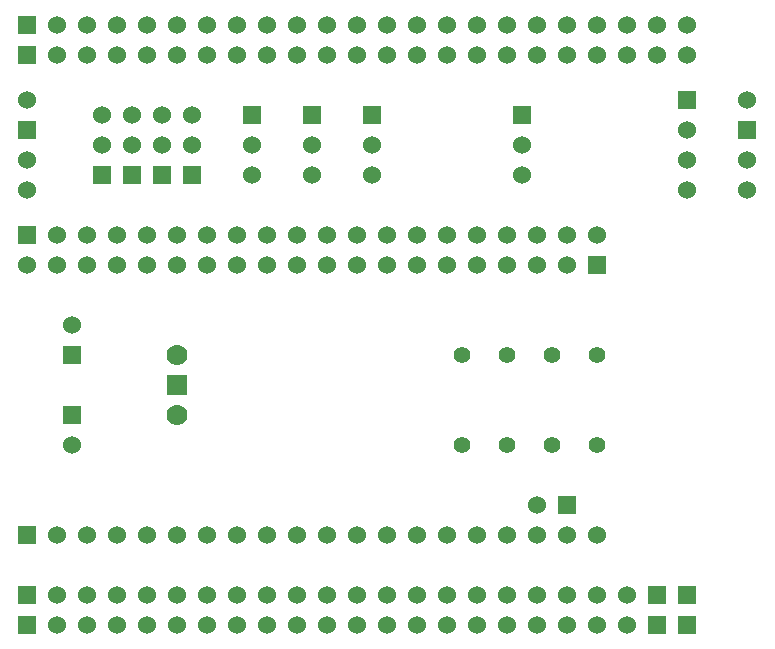
<source format=gtl>
G04 (created by PCBNEW-RS274X (2012-apr-16-27)-stable) date lun 12 may 2014 23:04:42 CEST*
G01*
G70*
G90*
%MOIN*%
G04 Gerber Fmt 3.4, Leading zero omitted, Abs format*
%FSLAX34Y34*%
G04 APERTURE LIST*
%ADD10C,0.000200*%
%ADD11R,0.060000X0.060000*%
%ADD12C,0.060000*%
%ADD13C,0.055000*%
%ADD14C,0.070000*%
%ADD15R,0.070000X0.070000*%
G04 APERTURE END LIST*
G54D10*
G54D11*
X80500Y-46000D03*
X80500Y-47000D03*
G54D12*
X85500Y-46000D03*
X81500Y-47000D03*
X86500Y-46000D03*
X82500Y-47000D03*
X87500Y-46000D03*
X83500Y-47000D03*
X88500Y-46000D03*
X84500Y-47000D03*
X89500Y-46000D03*
X85500Y-47000D03*
X90500Y-46000D03*
X86500Y-47000D03*
X91500Y-46000D03*
X87500Y-47000D03*
X92500Y-46000D03*
X88500Y-47000D03*
X93500Y-46000D03*
X89500Y-47000D03*
X94500Y-46000D03*
X90500Y-47000D03*
X95500Y-46000D03*
X91500Y-47000D03*
X92500Y-47000D03*
X96500Y-46000D03*
X93500Y-47000D03*
X95500Y-47000D03*
X96500Y-47000D03*
X97500Y-47000D03*
X98500Y-47000D03*
X97500Y-46000D03*
X98500Y-46000D03*
X81500Y-46000D03*
X82500Y-46000D03*
X83500Y-46000D03*
X84500Y-46000D03*
X99500Y-46000D03*
X99500Y-47000D03*
X94500Y-47000D03*
X100500Y-46000D03*
X100500Y-47000D03*
G54D11*
X101500Y-46000D03*
X101500Y-47000D03*
X102500Y-46000D03*
X102500Y-47000D03*
X80500Y-27000D03*
X80500Y-28000D03*
G54D12*
X85500Y-27000D03*
X81500Y-28000D03*
X86500Y-27000D03*
X82500Y-28000D03*
X87500Y-27000D03*
X83500Y-28000D03*
X88500Y-27000D03*
X84500Y-28000D03*
X89500Y-27000D03*
X85500Y-28000D03*
X90500Y-27000D03*
X86500Y-28000D03*
X91500Y-27000D03*
X87500Y-28000D03*
X92500Y-27000D03*
X88500Y-28000D03*
X93500Y-27000D03*
X89500Y-28000D03*
X94500Y-27000D03*
X90500Y-28000D03*
X95500Y-27000D03*
X91500Y-28000D03*
X92500Y-28000D03*
X96500Y-27000D03*
X93500Y-28000D03*
X95500Y-28000D03*
X96500Y-28000D03*
X97500Y-28000D03*
X98500Y-28000D03*
X97500Y-27000D03*
X98500Y-27000D03*
X81500Y-27000D03*
X82500Y-27000D03*
X83500Y-27000D03*
X84500Y-27000D03*
X99500Y-27000D03*
X99500Y-28000D03*
X94500Y-28000D03*
X100500Y-27000D03*
X100500Y-28000D03*
X101500Y-27000D03*
X101500Y-28000D03*
X102500Y-27000D03*
X102500Y-28000D03*
G54D11*
X84000Y-32000D03*
X83000Y-32000D03*
G54D12*
X84000Y-31000D03*
X83000Y-31000D03*
X84000Y-30000D03*
X83000Y-30000D03*
G54D11*
X86000Y-32000D03*
X85000Y-32000D03*
G54D12*
X86000Y-31000D03*
X85000Y-31000D03*
X86000Y-30000D03*
X85000Y-30000D03*
X90000Y-32000D03*
X90000Y-31000D03*
G54D11*
X90000Y-30000D03*
G54D12*
X92000Y-32000D03*
X92000Y-31000D03*
G54D11*
X92000Y-30000D03*
G54D13*
X98000Y-41000D03*
X98000Y-38000D03*
X95000Y-41000D03*
X95000Y-38000D03*
X99500Y-41000D03*
X99500Y-38000D03*
X96500Y-41000D03*
X96500Y-38000D03*
G54D12*
X102500Y-32500D03*
X102500Y-31500D03*
X102500Y-30500D03*
G54D11*
X102500Y-29500D03*
G54D12*
X80500Y-32500D03*
X80500Y-31500D03*
G54D11*
X80500Y-30500D03*
G54D12*
X80500Y-29500D03*
X104500Y-32500D03*
X104500Y-31500D03*
G54D11*
X104500Y-30500D03*
G54D12*
X104500Y-29500D03*
X88000Y-32000D03*
X88000Y-31000D03*
G54D11*
X88000Y-30000D03*
X97000Y-30000D03*
G54D12*
X97000Y-31000D03*
X97000Y-32000D03*
G54D11*
X98500Y-43000D03*
G54D12*
X97500Y-43000D03*
G54D11*
X80500Y-44000D03*
G54D12*
X85500Y-44000D03*
X86500Y-44000D03*
X87500Y-44000D03*
X88500Y-44000D03*
X89500Y-44000D03*
X90500Y-44000D03*
X91500Y-44000D03*
X92500Y-44000D03*
X93500Y-44000D03*
X94500Y-44000D03*
X95500Y-44000D03*
X96500Y-44000D03*
X97500Y-44000D03*
X98500Y-44000D03*
X81500Y-44000D03*
X82500Y-44000D03*
X83500Y-44000D03*
X84500Y-44000D03*
X99500Y-44000D03*
G54D11*
X80500Y-34000D03*
G54D12*
X85500Y-34000D03*
X86500Y-34000D03*
X87500Y-34000D03*
X88500Y-34000D03*
X89500Y-34000D03*
X90500Y-34000D03*
X91500Y-34000D03*
X92500Y-34000D03*
X93500Y-34000D03*
X94500Y-34000D03*
X95500Y-34000D03*
X96500Y-34000D03*
X97500Y-34000D03*
X98500Y-34000D03*
X81500Y-34000D03*
X82500Y-34000D03*
X83500Y-34000D03*
X84500Y-34000D03*
X99500Y-34000D03*
G54D11*
X99500Y-35000D03*
G54D12*
X94500Y-35000D03*
X93500Y-35000D03*
X92500Y-35000D03*
X91500Y-35000D03*
X90500Y-35000D03*
X89500Y-35000D03*
X88500Y-35000D03*
X87500Y-35000D03*
X86500Y-35000D03*
X85500Y-35000D03*
X84500Y-35000D03*
X83500Y-35000D03*
X82500Y-35000D03*
X81500Y-35000D03*
X98500Y-35000D03*
X97500Y-35000D03*
X96500Y-35000D03*
X95500Y-35000D03*
X80500Y-35000D03*
G54D14*
X85500Y-38000D03*
G54D15*
X85500Y-39000D03*
G54D14*
X85500Y-40000D03*
G54D12*
X82000Y-41000D03*
G54D11*
X82000Y-40000D03*
X82000Y-38000D03*
G54D12*
X82000Y-37000D03*
M02*

</source>
